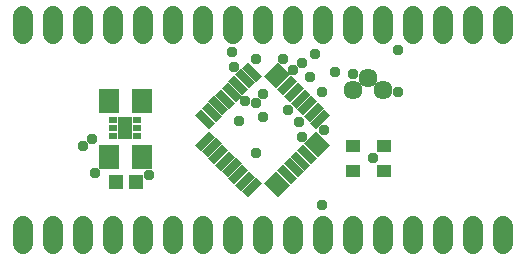
<source format=gbr>
G04 EAGLE Gerber RS-274X export*
G75*
%MOMM*%
%FSLAX34Y34*%
%LPD*%
%INSoldermask Top*%
%IPPOS*%
%AMOC8*
5,1,8,0,0,1.08239X$1,22.5*%
G01*
%ADD10R,1.803200X2.003200*%
%ADD11C,1.611200*%
%ADD12R,0.803200X0.553200*%
%ADD13R,1.303200X1.903200*%
%ADD14C,1.727200*%
%ADD15R,1.203200X1.303200*%
%ADD16R,0.711200X1.676400*%
%ADD17R,1.203200X1.003200*%
%ADD18C,0.959600*%


D10*
X98600Y90900D03*
X126600Y90900D03*
X98800Y138900D03*
X126800Y138900D03*
D11*
X304800Y148100D03*
X317500Y158100D03*
X330200Y148100D03*
D12*
X101500Y122200D03*
X101500Y115700D03*
X101500Y109200D03*
X122500Y109200D03*
X122500Y115700D03*
X122500Y122200D03*
D13*
X112000Y115700D03*
D14*
X25400Y33020D02*
X25400Y17780D01*
X50800Y17780D02*
X50800Y33020D01*
X76200Y33020D02*
X76200Y17780D01*
X101600Y17780D02*
X101600Y33020D01*
X127000Y33020D02*
X127000Y17780D01*
X152400Y17780D02*
X152400Y33020D01*
X177800Y33020D02*
X177800Y17780D01*
X203200Y17780D02*
X203200Y33020D01*
X228600Y33020D02*
X228600Y17780D01*
X254000Y17780D02*
X254000Y33020D01*
X279400Y33020D02*
X279400Y17780D01*
X304800Y17780D02*
X304800Y33020D01*
X330200Y33020D02*
X330200Y17780D01*
X355600Y17780D02*
X355600Y33020D01*
X381000Y33020D02*
X381000Y17780D01*
X406400Y17780D02*
X406400Y33020D01*
X431800Y33020D02*
X431800Y17780D01*
X25800Y195380D02*
X25800Y210620D01*
X51200Y210620D02*
X51200Y195380D01*
X76600Y195380D02*
X76600Y210620D01*
X102000Y210620D02*
X102000Y195380D01*
X127400Y195380D02*
X127400Y210620D01*
X152800Y210620D02*
X152800Y195380D01*
X178200Y195380D02*
X178200Y210620D01*
X203600Y210620D02*
X203600Y195380D01*
X229000Y195380D02*
X229000Y210620D01*
X254400Y210620D02*
X254400Y195380D01*
X279800Y195380D02*
X279800Y210620D01*
X305200Y210620D02*
X305200Y195380D01*
X330600Y195380D02*
X330600Y210620D01*
X356000Y210620D02*
X356000Y195380D01*
X381400Y195380D02*
X381400Y210620D01*
X406800Y210620D02*
X406800Y195380D01*
X432200Y195380D02*
X432200Y210620D01*
D15*
X104100Y69700D03*
X121100Y69700D03*
D16*
G36*
X176335Y96520D02*
X171306Y101549D01*
X183159Y113402D01*
X188188Y108373D01*
X176335Y96520D01*
G37*
G36*
X181903Y90952D02*
X176874Y95981D01*
X188727Y107834D01*
X193756Y102805D01*
X181903Y90952D01*
G37*
G36*
X187651Y85204D02*
X182622Y90233D01*
X194475Y102086D01*
X199504Y97057D01*
X187651Y85204D01*
G37*
G36*
X193218Y79637D02*
X188189Y84666D01*
X200042Y96519D01*
X205071Y91490D01*
X193218Y79637D01*
G37*
G36*
X198966Y73889D02*
X193937Y78918D01*
X205790Y90771D01*
X210819Y85742D01*
X198966Y73889D01*
G37*
G36*
X204533Y68322D02*
X199504Y73351D01*
X211357Y85204D01*
X216386Y80175D01*
X204533Y68322D01*
G37*
G36*
X210281Y62574D02*
X205252Y67603D01*
X217105Y79456D01*
X222134Y74427D01*
X210281Y62574D01*
G37*
G36*
X215849Y57006D02*
X210820Y62035D01*
X222673Y73888D01*
X227702Y68859D01*
X215849Y57006D01*
G37*
G36*
X229498Y68859D02*
X234527Y73888D01*
X246380Y62035D01*
X241351Y57006D01*
X229498Y68859D01*
G37*
G36*
X235066Y74427D02*
X240095Y79456D01*
X251948Y67603D01*
X246919Y62574D01*
X235066Y74427D01*
G37*
G36*
X240814Y80175D02*
X245843Y85204D01*
X257696Y73351D01*
X252667Y68322D01*
X240814Y80175D01*
G37*
G36*
X246381Y85742D02*
X251410Y90771D01*
X263263Y78918D01*
X258234Y73889D01*
X246381Y85742D01*
G37*
G36*
X252129Y91490D02*
X257158Y96519D01*
X269011Y84666D01*
X263982Y79637D01*
X252129Y91490D01*
G37*
G36*
X257696Y97057D02*
X262725Y102086D01*
X274578Y90233D01*
X269549Y85204D01*
X257696Y97057D01*
G37*
G36*
X263444Y102805D02*
X268473Y107834D01*
X280326Y95981D01*
X275297Y90952D01*
X263444Y102805D01*
G37*
G36*
X269012Y108373D02*
X274041Y113402D01*
X285894Y101549D01*
X280865Y96520D01*
X269012Y108373D01*
G37*
G36*
X274041Y115198D02*
X269012Y120227D01*
X280865Y132080D01*
X285894Y127051D01*
X274041Y115198D01*
G37*
G36*
X268473Y120766D02*
X263444Y125795D01*
X275297Y137648D01*
X280326Y132619D01*
X268473Y120766D01*
G37*
G36*
X262725Y126514D02*
X257696Y131543D01*
X269549Y143396D01*
X274578Y138367D01*
X262725Y126514D01*
G37*
G36*
X257158Y132081D02*
X252129Y137110D01*
X263982Y148963D01*
X269011Y143934D01*
X257158Y132081D01*
G37*
G36*
X251410Y137829D02*
X246381Y142858D01*
X258234Y154711D01*
X263263Y149682D01*
X251410Y137829D01*
G37*
G36*
X245843Y143396D02*
X240814Y148425D01*
X252667Y160278D01*
X257696Y155249D01*
X245843Y143396D01*
G37*
G36*
X240095Y149144D02*
X235066Y154173D01*
X246919Y166026D01*
X251948Y160997D01*
X240095Y149144D01*
G37*
G36*
X234527Y154712D02*
X229498Y159741D01*
X241351Y171594D01*
X246380Y166565D01*
X234527Y154712D01*
G37*
G36*
X210820Y166565D02*
X215849Y171594D01*
X227702Y159741D01*
X222673Y154712D01*
X210820Y166565D01*
G37*
G36*
X205252Y160997D02*
X210281Y166026D01*
X222134Y154173D01*
X217105Y149144D01*
X205252Y160997D01*
G37*
G36*
X199504Y155249D02*
X204533Y160278D01*
X216386Y148425D01*
X211357Y143396D01*
X199504Y155249D01*
G37*
G36*
X193937Y149682D02*
X198966Y154711D01*
X210819Y142858D01*
X205790Y137829D01*
X193937Y149682D01*
G37*
G36*
X188189Y143934D02*
X193218Y148963D01*
X205071Y137110D01*
X200042Y132081D01*
X188189Y143934D01*
G37*
G36*
X182622Y138367D02*
X187651Y143396D01*
X199504Y131543D01*
X194475Y126514D01*
X182622Y138367D01*
G37*
G36*
X176874Y132619D02*
X181903Y137648D01*
X193756Y125795D01*
X188727Y120766D01*
X176874Y132619D01*
G37*
G36*
X171306Y127051D02*
X176335Y132080D01*
X188188Y120227D01*
X183159Y115198D01*
X171306Y127051D01*
G37*
D17*
X305100Y79100D03*
X331100Y79100D03*
X331100Y100100D03*
X305100Y100100D03*
D18*
X132588Y76200D03*
X268224Y158496D03*
X86868Y77724D03*
X321564Y89916D03*
X280416Y114300D03*
X76200Y100584D03*
X208788Y121920D03*
X249936Y131064D03*
X254508Y164592D03*
X228600Y124968D03*
X259080Y120396D03*
X83820Y106680D03*
X262128Y108204D03*
X342900Y146304D03*
X342900Y181356D03*
X228600Y144780D03*
X278892Y146304D03*
X204216Y167640D03*
X262128Y170688D03*
X213360Y138684D03*
X289560Y163068D03*
X222504Y137160D03*
X304800Y161544D03*
X222504Y173736D03*
X245364Y173736D03*
X272796Y178308D03*
X202692Y179832D03*
X222504Y94488D03*
X278892Y50292D03*
M02*

</source>
